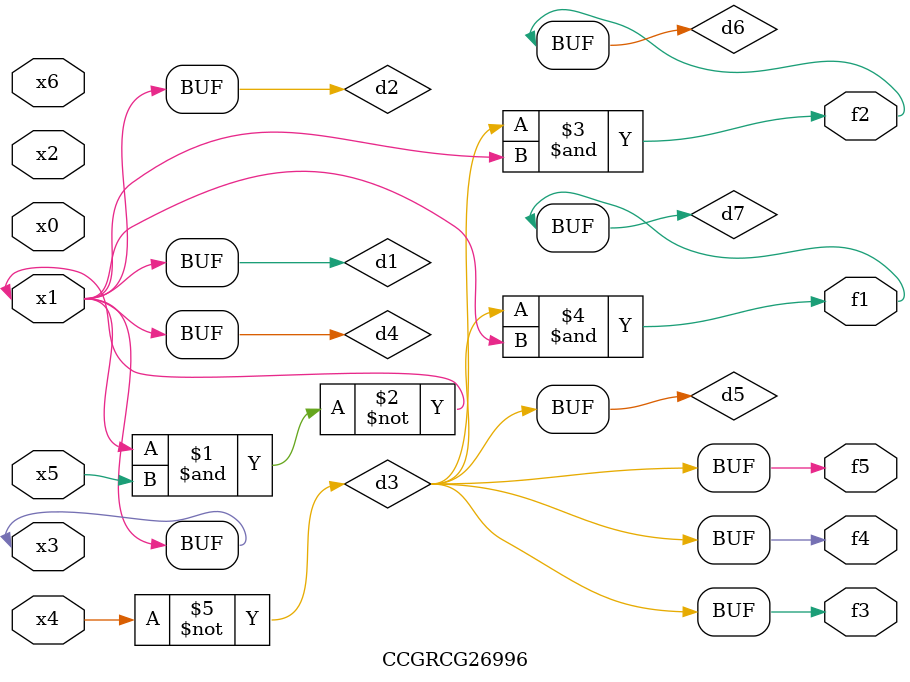
<source format=v>
module CCGRCG26996(
	input x0, x1, x2, x3, x4, x5, x6,
	output f1, f2, f3, f4, f5
);

	wire d1, d2, d3, d4, d5, d6, d7;

	buf (d1, x1, x3);
	nand (d2, x1, x5);
	not (d3, x4);
	buf (d4, d1, d2);
	buf (d5, d3);
	and (d6, d3, d4);
	and (d7, d3, d4);
	assign f1 = d7;
	assign f2 = d6;
	assign f3 = d5;
	assign f4 = d5;
	assign f5 = d5;
endmodule

</source>
